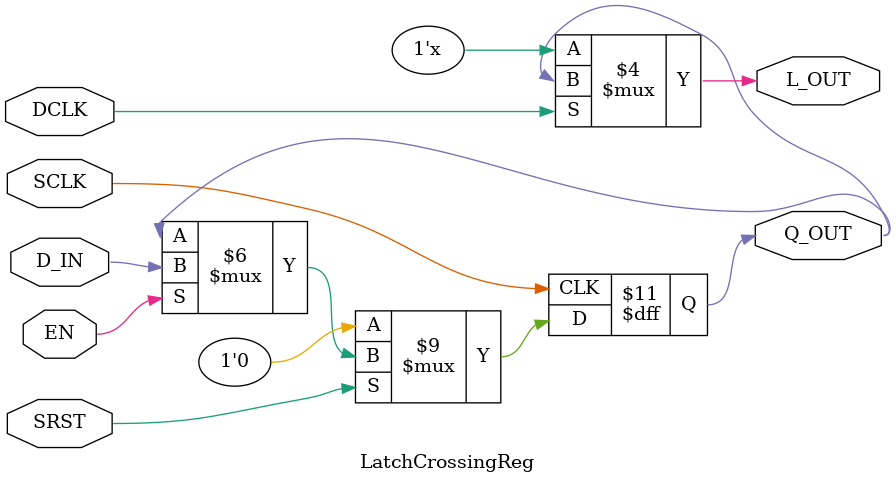
<source format=v>


// Permission is hereby granted, free of charge, to any person obtaining a copy
// of this software and associated documentation files (the "Software"), to deal
// in the Software without restriction, including without limitation the rights
// to use, copy, modify, merge, publish, distribute, sublicense, and/or sell
// copies of the Software, and to permit persons to whom the Software is
// furnished to do so, subject to the following conditions:

// The above copyright notice and this permission notice shall be included in
// all copies or substantial portions of the Software.

// THE SOFTWARE IS PROVIDED "AS IS", WITHOUT WARRANTY OF ANY KIND, EXPRESS OR
// IMPLIED, INCLUDING BUT NOT LIMITED TO THE WARRANTIES OF MERCHANTABILITY,
// FITNESS FOR A PARTICULAR PURPOSE AND NONINFRINGEMENT. IN NO EVENT SHALL THE
// AUTHORS OR COPYRIGHT HOLDERS BE LIABLE FOR ANY CLAIM, DAMAGES OR OTHER
// LIABILITY, WHETHER IN AN ACTION OF CONTRACT, TORT OR OTHERWISE, ARISING FROM,
// OUT OF OR IN CONNECTION WITH THE SOFTWARE OR THE USE OR OTHER DEALINGS IN
// THE SOFTWARE.
//
// $Revision: 29441 $
// $Date: 2012-08-27 21:58:03 +0000 (Mon, 27 Aug 2012) $

`ifdef BSV_ASSIGNMENT_DELAY
`else
  `define BSV_ASSIGNMENT_DELAY
`endif

`ifdef BSV_POSITIVE_RESET
  `define BSV_RESET_VALUE 1'b1
  `define BSV_RESET_EDGE posedge
`else
  `define BSV_RESET_VALUE 1'b0
  `define BSV_RESET_EDGE negedge
`endif


module LatchCrossingReg(SCLK, SRST, EN, D_IN, Q_OUT, DCLK, L_OUT);

   parameter width = 1;
   parameter init  = { width {1'b0} } ;

   input                  SCLK;
   input                  SRST;
   input                  EN;
   input  [width - 1 : 0] D_IN;
   output [width - 1 : 0] Q_OUT;

   input                  DCLK;
   output [width - 1 : 0] L_OUT;

   reg [width - 1 : 0]    Q_OUT; // flop
   reg [width - 1 : 0]    L_OUT; // latch

   // flop in source clock domain
   always@(posedge SCLK)
     begin
	if (SRST == `BSV_RESET_VALUE)
          Q_OUT <= `BSV_ASSIGNMENT_DELAY init;
        else
          begin
             if (EN)
               Q_OUT <= `BSV_ASSIGNMENT_DELAY D_IN;
          end // else: !if(SRST == `BSV_RESET_VALUE)
     end

   // latch in destination clock domain
   always@(DCLK or Q_OUT)
     begin
        if (DCLK)
          L_OUT <= `BSV_ASSIGNMENT_DELAY Q_OUT;
     end

`ifdef BSV_NO_INITIAL_BLOCKS
`else // not BSV_NO_INITIAL_BLOCKS
   // synopsys translate_off
   initial begin
      Q_OUT = {((width + 1)/2){2'b10}} ;
   end
   // synopsys translate_on
`endif // BSV_NO_INITIAL_BLOCKS

endmodule

</source>
